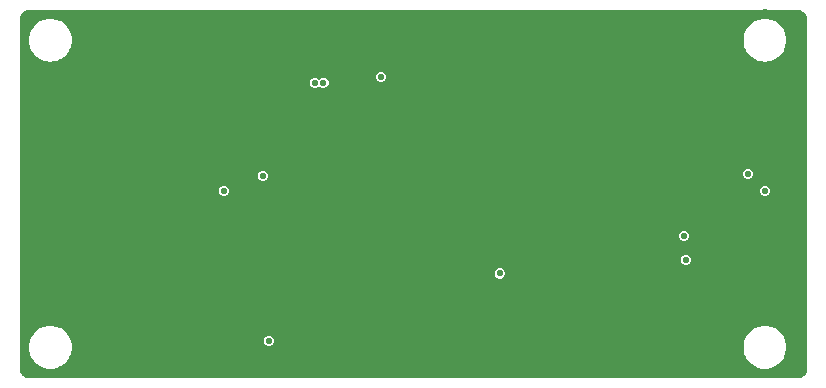
<source format=gbl>
G04*
G04 #@! TF.GenerationSoftware,Altium Limited,Altium Designer,22.5.1 (42)*
G04*
G04 Layer_Physical_Order=4*
G04 Layer_Color=16711680*
%FSLAX44Y44*%
%MOMM*%
G71*
G04*
G04 #@! TF.SameCoordinates,16E258D9-83B2-4854-9FD3-66D1B54B03FA*
G04*
G04*
G04 #@! TF.FilePolarity,Positive*
G04*
G01*
G75*
%ADD59C,0.5588*%
G36*
X661748Y314900D02*
X663333Y314585D01*
X664827Y313967D01*
X666171Y313069D01*
X667315Y311927D01*
X668213Y310584D01*
X668833Y309091D01*
X669150Y307506D01*
X669150Y306698D01*
X669120Y10150D01*
X669120Y10150D01*
X669120Y10150D01*
X669120Y9402D01*
X668829Y7934D01*
X668256Y6552D01*
X667426Y5308D01*
X666368Y4249D01*
X665125Y3417D01*
X663743Y2844D01*
X662275Y2550D01*
X661528Y2550D01*
X10450Y2590D01*
X10450Y2590D01*
X10450Y2590D01*
X9676D01*
X8157Y2892D01*
X6727Y3484D01*
X5439Y4344D01*
X4344Y5439D01*
X3484Y6727D01*
X2892Y8157D01*
X2590Y9676D01*
Y10450D01*
X2590Y10450D01*
X2590Y10450D01*
X2570Y306760D01*
X2570Y307559D01*
X2881Y309127D01*
X3493Y310604D01*
X4380Y311934D01*
X5510Y313065D01*
X6839Y313954D01*
X8315Y314566D01*
X9883Y314880D01*
X10682Y314880D01*
X660940Y314900D01*
X661748Y314900D01*
D02*
G37*
%LPC*%
G36*
X635037Y307050D02*
X631983D01*
X631733Y307000D01*
X631478D01*
X628484Y306404D01*
X628248Y306307D01*
X627998Y306257D01*
X625177Y305089D01*
X624965Y304947D01*
X624729Y304849D01*
X622191Y303153D01*
X622010Y302973D01*
X621798Y302831D01*
X619639Y300672D01*
X619497Y300460D01*
X619317Y300280D01*
X617621Y297741D01*
X617523Y297505D01*
X617381Y297293D01*
X616213Y294472D01*
X616163Y294222D01*
X616066Y293986D01*
X615470Y290992D01*
Y290737D01*
X615420Y290487D01*
Y287433D01*
X615470Y287183D01*
Y286928D01*
X616066Y283934D01*
X616163Y283698D01*
X616213Y283448D01*
X617381Y280627D01*
X617523Y280415D01*
X617621Y280179D01*
X619317Y277640D01*
X619497Y277460D01*
X619639Y277248D01*
X621798Y275089D01*
X622010Y274947D01*
X622191Y274767D01*
X624729Y273071D01*
X624965Y272973D01*
X625177Y272831D01*
X627998Y271663D01*
X628248Y271613D01*
X628484Y271516D01*
X631478Y270920D01*
X631733D01*
X631983Y270870D01*
X635037D01*
X635287Y270920D01*
X635542D01*
X638536Y271516D01*
X638772Y271613D01*
X639022Y271663D01*
X641843Y272831D01*
X642055Y272973D01*
X642291Y273071D01*
X644829Y274767D01*
X645010Y274947D01*
X645222Y275089D01*
X647381Y277248D01*
X647523Y277460D01*
X647703Y277640D01*
X649399Y280179D01*
X649497Y280415D01*
X649639Y280627D01*
X650807Y283448D01*
X650857Y283698D01*
X650954Y283934D01*
X651550Y286928D01*
Y287183D01*
X651600Y287433D01*
Y290487D01*
X651550Y290737D01*
Y290992D01*
X650954Y293986D01*
X650857Y294222D01*
X650807Y294472D01*
X649639Y297293D01*
X649497Y297505D01*
X649399Y297741D01*
X647703Y300280D01*
X647523Y300460D01*
X647381Y300672D01*
X645222Y302831D01*
X645010Y302973D01*
X644829Y303153D01*
X642291Y304849D01*
X642055Y304947D01*
X641843Y305089D01*
X639022Y306257D01*
X638772Y306307D01*
X638536Y306404D01*
X635542Y307000D01*
X635287D01*
X635037Y307050D01*
D02*
G37*
G36*
X30037D02*
X26983D01*
X26733Y307000D01*
X26478D01*
X23484Y306404D01*
X23248Y306307D01*
X22998Y306257D01*
X20177Y305089D01*
X19965Y304947D01*
X19729Y304849D01*
X17191Y303153D01*
X17010Y302973D01*
X16798Y302831D01*
X14639Y300672D01*
X14497Y300460D01*
X14317Y300280D01*
X12621Y297741D01*
X12523Y297505D01*
X12381Y297293D01*
X11213Y294472D01*
X11163Y294222D01*
X11066Y293986D01*
X10470Y290992D01*
Y290737D01*
X10420Y290487D01*
Y287433D01*
X10470Y287183D01*
Y286928D01*
X11066Y283934D01*
X11163Y283698D01*
X11213Y283448D01*
X12381Y280627D01*
X12523Y280415D01*
X12621Y280179D01*
X14317Y277640D01*
X14497Y277460D01*
X14639Y277248D01*
X16798Y275089D01*
X17010Y274947D01*
X17191Y274767D01*
X19729Y273071D01*
X19965Y272973D01*
X20177Y272831D01*
X22998Y271663D01*
X23248Y271613D01*
X23484Y271516D01*
X26478Y270920D01*
X26733D01*
X26983Y270870D01*
X30037D01*
X30287Y270920D01*
X30542D01*
X33536Y271516D01*
X33772Y271613D01*
X34022Y271663D01*
X36843Y272831D01*
X37055Y272973D01*
X37291Y273071D01*
X39829Y274767D01*
X40010Y274947D01*
X40222Y275089D01*
X42381Y277248D01*
X42523Y277460D01*
X42703Y277640D01*
X44399Y280179D01*
X44497Y280415D01*
X44639Y280627D01*
X45807Y283448D01*
X45857Y283698D01*
X45954Y283934D01*
X46550Y286928D01*
Y287183D01*
X46600Y287433D01*
Y290487D01*
X46550Y290737D01*
Y290992D01*
X45954Y293986D01*
X45857Y294222D01*
X45807Y294472D01*
X44639Y297293D01*
X44497Y297505D01*
X44399Y297741D01*
X42703Y300280D01*
X42523Y300460D01*
X42381Y300672D01*
X40222Y302831D01*
X40010Y302973D01*
X39829Y303153D01*
X37291Y304849D01*
X37055Y304947D01*
X36843Y305089D01*
X34022Y306257D01*
X33772Y306307D01*
X33536Y306404D01*
X30542Y307000D01*
X30287D01*
X30037Y307050D01*
D02*
G37*
G36*
X260621Y257203D02*
X258903D01*
X257316Y256546D01*
X256101Y255331D01*
X255930Y255297D01*
X254844Y256383D01*
X253257Y257041D01*
X251539D01*
X249952Y256383D01*
X248737Y255169D01*
X248080Y253582D01*
Y251864D01*
X248737Y250277D01*
X249952Y249062D01*
X251539Y248405D01*
X253257D01*
X254844Y249062D01*
X256058Y250277D01*
X256230Y250311D01*
X257316Y249225D01*
X258903Y248567D01*
X260621D01*
X262208Y249225D01*
X263423Y250439D01*
X264080Y252026D01*
Y253744D01*
X263423Y255331D01*
X262208Y256546D01*
X260621Y257203D01*
D02*
G37*
G36*
X309469Y262128D02*
X307751D01*
X306164Y261471D01*
X304949Y260256D01*
X304292Y258669D01*
Y256951D01*
X304949Y255364D01*
X306164Y254149D01*
X307751Y253492D01*
X309469D01*
X311056Y254149D01*
X312271Y255364D01*
X312928Y256951D01*
Y258669D01*
X312271Y260256D01*
X311056Y261471D01*
X309469Y262128D01*
D02*
G37*
G36*
X620111Y179832D02*
X618393D01*
X616806Y179175D01*
X615591Y177960D01*
X614934Y176373D01*
Y174655D01*
X615591Y173068D01*
X616806Y171853D01*
X618393Y171196D01*
X620111D01*
X621698Y171853D01*
X622913Y173068D01*
X623570Y174655D01*
Y176373D01*
X622913Y177960D01*
X621698Y179175D01*
X620111Y179832D01*
D02*
G37*
G36*
X209139Y178308D02*
X207421D01*
X205834Y177651D01*
X204619Y176436D01*
X203962Y174849D01*
Y173131D01*
X204619Y171544D01*
X205834Y170329D01*
X207421Y169672D01*
X209139D01*
X210726Y170329D01*
X211941Y171544D01*
X212598Y173131D01*
Y174849D01*
X211941Y176436D01*
X210726Y177651D01*
X209139Y178308D01*
D02*
G37*
G36*
X634589Y165608D02*
X632871D01*
X631284Y164951D01*
X630069Y163736D01*
X629412Y162149D01*
Y160431D01*
X630069Y158844D01*
X631284Y157629D01*
X632871Y156972D01*
X634589D01*
X636176Y157629D01*
X637391Y158844D01*
X638048Y160431D01*
Y162149D01*
X637391Y163736D01*
X636176Y164951D01*
X634589Y165608D01*
D02*
G37*
G36*
X176119D02*
X174401D01*
X172814Y164951D01*
X171599Y163736D01*
X170942Y162149D01*
Y160431D01*
X171599Y158844D01*
X172814Y157629D01*
X174401Y156972D01*
X176119D01*
X177706Y157629D01*
X178921Y158844D01*
X179578Y160431D01*
Y162149D01*
X178921Y163736D01*
X177706Y164951D01*
X176119Y165608D01*
D02*
G37*
G36*
X566009Y127508D02*
X564291D01*
X562704Y126851D01*
X561489Y125636D01*
X560832Y124049D01*
Y122331D01*
X561489Y120744D01*
X562704Y119529D01*
X564291Y118872D01*
X566009D01*
X567596Y119529D01*
X568811Y120744D01*
X569468Y122331D01*
Y124049D01*
X568811Y125636D01*
X567596Y126851D01*
X566009Y127508D01*
D02*
G37*
G36*
X567279Y107188D02*
X565561D01*
X563974Y106531D01*
X562759Y105316D01*
X562102Y103729D01*
Y102011D01*
X562759Y100424D01*
X563974Y99209D01*
X565561Y98552D01*
X567279D01*
X568866Y99209D01*
X570081Y100424D01*
X570738Y102011D01*
Y103729D01*
X570081Y105316D01*
X568866Y106531D01*
X567279Y107188D01*
D02*
G37*
G36*
X409799Y95758D02*
X408081D01*
X406494Y95101D01*
X405279Y93886D01*
X404622Y92299D01*
Y90581D01*
X405279Y88994D01*
X406494Y87779D01*
X408081Y87122D01*
X409799D01*
X411386Y87779D01*
X412601Y88994D01*
X413258Y90581D01*
Y92299D01*
X412601Y93886D01*
X411386Y95101D01*
X409799Y95758D01*
D02*
G37*
G36*
X214219Y38608D02*
X212501D01*
X210914Y37951D01*
X209699Y36736D01*
X209042Y35149D01*
Y33431D01*
X209699Y31844D01*
X210914Y30629D01*
X212501Y29972D01*
X214219D01*
X215806Y30629D01*
X217021Y31844D01*
X217678Y33431D01*
Y35149D01*
X217021Y36736D01*
X215806Y37951D01*
X214219Y38608D01*
D02*
G37*
G36*
X635037Y47050D02*
X631983D01*
X631733Y47000D01*
X631478D01*
X628484Y46404D01*
X628248Y46307D01*
X627998Y46257D01*
X625177Y45089D01*
X624965Y44947D01*
X624729Y44849D01*
X622191Y43153D01*
X622010Y42973D01*
X621798Y42831D01*
X619639Y40672D01*
X619497Y40460D01*
X619317Y40279D01*
X617621Y37741D01*
X617523Y37505D01*
X617381Y37293D01*
X616213Y34472D01*
X616163Y34222D01*
X616066Y33986D01*
X615470Y30992D01*
Y30737D01*
X615420Y30487D01*
Y27433D01*
X615470Y27183D01*
Y26928D01*
X616066Y23934D01*
X616163Y23698D01*
X616213Y23448D01*
X617381Y20627D01*
X617523Y20415D01*
X617621Y20179D01*
X619317Y17641D01*
X619497Y17460D01*
X619639Y17248D01*
X621798Y15089D01*
X622010Y14947D01*
X622191Y14767D01*
X624729Y13071D01*
X624965Y12973D01*
X625177Y12831D01*
X627998Y11663D01*
X628248Y11613D01*
X628484Y11516D01*
X631478Y10920D01*
X631733D01*
X631983Y10870D01*
X635037D01*
X635287Y10920D01*
X635542D01*
X638536Y11516D01*
X638772Y11613D01*
X639022Y11663D01*
X641843Y12831D01*
X642055Y12973D01*
X642291Y13071D01*
X644829Y14767D01*
X645010Y14947D01*
X645222Y15089D01*
X647381Y17248D01*
X647523Y17460D01*
X647703Y17641D01*
X649399Y20179D01*
X649497Y20415D01*
X649639Y20627D01*
X650807Y23448D01*
X650857Y23698D01*
X650954Y23934D01*
X651550Y26928D01*
Y27183D01*
X651600Y27433D01*
Y30487D01*
X651550Y30737D01*
Y30992D01*
X650954Y33986D01*
X650857Y34222D01*
X650807Y34472D01*
X649639Y37293D01*
X649497Y37505D01*
X649399Y37741D01*
X647703Y40279D01*
X647523Y40460D01*
X647381Y40672D01*
X645222Y42831D01*
X645010Y42973D01*
X644829Y43153D01*
X642291Y44849D01*
X642055Y44947D01*
X641843Y45089D01*
X639022Y46257D01*
X638772Y46307D01*
X638536Y46404D01*
X635542Y47000D01*
X635287D01*
X635037Y47050D01*
D02*
G37*
G36*
X30037D02*
X26983D01*
X26733Y47000D01*
X26478D01*
X23484Y46404D01*
X23248Y46307D01*
X22998Y46257D01*
X20177Y45089D01*
X19965Y44947D01*
X19729Y44849D01*
X17191Y43153D01*
X17010Y42973D01*
X16798Y42831D01*
X14639Y40672D01*
X14497Y40460D01*
X14317Y40279D01*
X12621Y37741D01*
X12523Y37505D01*
X12381Y37293D01*
X11213Y34472D01*
X11163Y34222D01*
X11066Y33986D01*
X10470Y30992D01*
Y30737D01*
X10420Y30487D01*
Y27433D01*
X10470Y27183D01*
Y26928D01*
X11066Y23934D01*
X11163Y23698D01*
X11213Y23448D01*
X12381Y20627D01*
X12523Y20415D01*
X12621Y20179D01*
X14317Y17641D01*
X14497Y17460D01*
X14639Y17248D01*
X16798Y15089D01*
X17010Y14947D01*
X17191Y14767D01*
X19729Y13071D01*
X19965Y12973D01*
X20177Y12831D01*
X22998Y11663D01*
X23248Y11613D01*
X23484Y11516D01*
X26478Y10920D01*
X26733D01*
X26983Y10870D01*
X30037D01*
X30287Y10920D01*
X30542D01*
X33536Y11516D01*
X33772Y11613D01*
X34022Y11663D01*
X36843Y12831D01*
X37055Y12973D01*
X37291Y13071D01*
X39829Y14767D01*
X40010Y14947D01*
X40222Y15089D01*
X42381Y17248D01*
X42523Y17460D01*
X42703Y17641D01*
X44399Y20179D01*
X44497Y20415D01*
X44639Y20627D01*
X45807Y23448D01*
X45857Y23698D01*
X45954Y23934D01*
X46550Y26928D01*
Y27183D01*
X46600Y27433D01*
Y30487D01*
X46550Y30737D01*
Y30992D01*
X45954Y33986D01*
X45857Y34222D01*
X45807Y34472D01*
X44639Y37293D01*
X44497Y37505D01*
X44399Y37741D01*
X42703Y40279D01*
X42523Y40460D01*
X42381Y40672D01*
X40222Y42831D01*
X40010Y42973D01*
X39829Y43153D01*
X37291Y44849D01*
X37055Y44947D01*
X36843Y45089D01*
X34022Y46257D01*
X33772Y46307D01*
X33536Y46404D01*
X30542Y47000D01*
X30287D01*
X30037Y47050D01*
D02*
G37*
%LPD*%
D59*
X210381Y204934D02*
D03*
X231689Y204574D02*
D03*
X189191Y192000D02*
D03*
X174719Y204000D02*
D03*
X157187Y192000D02*
D03*
X167855D02*
D03*
X178523D02*
D03*
X95260D02*
D03*
X89500Y204000D02*
D03*
X100168D02*
D03*
X121428D02*
D03*
X164051D02*
D03*
X132092D02*
D03*
X84592Y192000D02*
D03*
X78832Y204000D02*
D03*
X73924Y192000D02*
D03*
X142715Y204000D02*
D03*
X146519Y192000D02*
D03*
X153383Y204000D02*
D03*
X185387D02*
D03*
X217908Y189932D02*
D03*
X622346Y196850D02*
D03*
X629000Y175394D02*
D03*
X619252Y175514D02*
D03*
X633647Y255166D02*
D03*
Y229767D02*
D03*
X608246Y255166D02*
D03*
Y229767D02*
D03*
Y153567D02*
D03*
Y51967D02*
D03*
X582846Y298450D02*
D03*
Y280567D02*
D03*
Y255166D02*
D03*
Y153567D02*
D03*
Y26567D02*
D03*
X557447Y298450D02*
D03*
Y280567D02*
D03*
Y204366D02*
D03*
Y51967D02*
D03*
X532047Y298450D02*
D03*
Y280567D02*
D03*
Y229767D02*
D03*
X506646Y298450D02*
D03*
Y280567D02*
D03*
Y255166D02*
D03*
Y153567D02*
D03*
Y102767D02*
D03*
Y77366D02*
D03*
X481246Y298450D02*
D03*
Y280567D02*
D03*
Y178967D02*
D03*
Y128167D02*
D03*
Y102767D02*
D03*
Y51967D02*
D03*
X455846Y298450D02*
D03*
Y204366D02*
D03*
Y153567D02*
D03*
Y128167D02*
D03*
Y102767D02*
D03*
Y51967D02*
D03*
Y26567D02*
D03*
X430447Y298450D02*
D03*
Y280567D02*
D03*
Y229767D02*
D03*
Y178967D02*
D03*
Y153567D02*
D03*
Y128167D02*
D03*
Y51967D02*
D03*
X405047Y298450D02*
D03*
Y204366D02*
D03*
Y178967D02*
D03*
X379646Y298450D02*
D03*
Y280567D02*
D03*
Y178967D02*
D03*
Y51967D02*
D03*
X354246Y298450D02*
D03*
Y280567D02*
D03*
Y51967D02*
D03*
X328847Y298450D02*
D03*
Y280567D02*
D03*
Y51967D02*
D03*
X303447Y298450D02*
D03*
Y280567D02*
D03*
Y51967D02*
D03*
X278046Y298450D02*
D03*
Y280567D02*
D03*
Y51967D02*
D03*
X252647Y298450D02*
D03*
Y280567D02*
D03*
Y51967D02*
D03*
X227246Y298450D02*
D03*
Y280567D02*
D03*
Y255166D02*
D03*
Y229767D02*
D03*
Y128167D02*
D03*
Y77366D02*
D03*
X201847Y298450D02*
D03*
Y280567D02*
D03*
Y255166D02*
D03*
Y229767D02*
D03*
Y51967D02*
D03*
X176446Y298450D02*
D03*
Y280567D02*
D03*
Y255166D02*
D03*
Y229767D02*
D03*
Y77366D02*
D03*
X151046Y298450D02*
D03*
Y280567D02*
D03*
Y255166D02*
D03*
Y229767D02*
D03*
Y26567D02*
D03*
X125646Y298450D02*
D03*
Y280567D02*
D03*
Y255166D02*
D03*
Y229767D02*
D03*
Y77366D02*
D03*
Y51967D02*
D03*
Y26567D02*
D03*
X100246Y298450D02*
D03*
Y280567D02*
D03*
Y255166D02*
D03*
Y229767D02*
D03*
Y178967D02*
D03*
Y153567D02*
D03*
Y128167D02*
D03*
Y102767D02*
D03*
Y77366D02*
D03*
Y51967D02*
D03*
Y26567D02*
D03*
X74847Y298450D02*
D03*
Y280567D02*
D03*
Y255166D02*
D03*
Y229767D02*
D03*
Y178967D02*
D03*
Y153567D02*
D03*
Y128167D02*
D03*
Y102767D02*
D03*
Y77366D02*
D03*
Y51967D02*
D03*
Y26567D02*
D03*
X49447Y255166D02*
D03*
Y178967D02*
D03*
Y153567D02*
D03*
Y128167D02*
D03*
Y102767D02*
D03*
Y77366D02*
D03*
Y51967D02*
D03*
X24046Y255166D02*
D03*
Y229767D02*
D03*
Y204366D02*
D03*
Y178967D02*
D03*
Y153567D02*
D03*
Y128167D02*
D03*
Y102767D02*
D03*
Y77366D02*
D03*
X44051Y43677D02*
D03*
X49636Y28228D02*
D03*
X42661Y13353D02*
D03*
X27212Y7768D02*
D03*
X12337Y14743D02*
D03*
X6752Y30192D02*
D03*
X13727Y45067D02*
D03*
X29176Y50652D02*
D03*
X649481Y44501D02*
D03*
X655934Y28990D02*
D03*
X649529Y13459D02*
D03*
X634018Y7006D02*
D03*
X618487Y13411D02*
D03*
X612034Y28922D02*
D03*
X618439Y44453D02*
D03*
X633950Y50906D02*
D03*
X608986Y289018D02*
D03*
X650695Y305346D02*
D03*
X657458Y288070D02*
D03*
X650024Y271071D02*
D03*
X632748Y264308D02*
D03*
X615749Y271742D02*
D03*
X616420Y306017D02*
D03*
X633696Y312780D02*
D03*
X43543Y303624D02*
D03*
X49382Y288070D02*
D03*
X42512Y272941D02*
D03*
X26958Y267102D02*
D03*
X11829Y273972D02*
D03*
X5990Y289526D02*
D03*
X12860Y304655D02*
D03*
X28414Y310494D02*
D03*
X565150Y123190D02*
D03*
X566420Y102870D02*
D03*
X259762Y252885D02*
D03*
X252398Y252723D02*
D03*
X275844Y179324D02*
D03*
X296672D02*
D03*
X276352Y157734D02*
D03*
X275590Y94742D02*
D03*
X296418D02*
D03*
X275590Y73914D02*
D03*
X275844Y137414D02*
D03*
X276098Y115824D02*
D03*
X297180Y157734D02*
D03*
X360172Y179324D02*
D03*
X339344D02*
D03*
X318008D02*
D03*
X360680Y157734D02*
D03*
X339852D02*
D03*
X318516D02*
D03*
X663448Y175768D02*
D03*
Y239268D02*
D03*
Y213868D02*
D03*
Y201168D02*
D03*
Y188468D02*
D03*
Y226568D02*
D03*
X633730Y161290D02*
D03*
X663448Y163068D02*
D03*
X308610Y257810D02*
D03*
X318008Y199898D02*
D03*
X360172D02*
D03*
X339344D02*
D03*
X296672D02*
D03*
X275844D02*
D03*
X175260Y161290D02*
D03*
X208280Y173990D02*
D03*
X213360Y34290D02*
D03*
X663448Y10668D02*
D03*
Y48768D02*
D03*
Y86868D02*
D03*
Y74168D02*
D03*
Y61468D02*
D03*
Y36068D02*
D03*
Y23368D02*
D03*
X408940Y91440D02*
D03*
X360172Y137414D02*
D03*
X339344D02*
D03*
X318008D02*
D03*
X296672D02*
D03*
X360426Y115824D02*
D03*
X339598D02*
D03*
X318262D02*
D03*
X296926D02*
D03*
X359918Y94742D02*
D03*
X339090D02*
D03*
X317754D02*
D03*
X359918Y73914D02*
D03*
X339090D02*
D03*
X317754D02*
D03*
X296418D02*
D03*
X110900Y309880D02*
D03*
X136300D02*
D03*
X149000D02*
D03*
X161700D02*
D03*
X174400D02*
D03*
X187100D02*
D03*
X123600D02*
D03*
X593500D02*
D03*
X403000D02*
D03*
X390300D02*
D03*
X606200D02*
D03*
X276000D02*
D03*
X301400D02*
D03*
X288700D02*
D03*
X326800D02*
D03*
X339500D02*
D03*
X352200D02*
D03*
X364900D02*
D03*
X314100D02*
D03*
X580800D02*
D03*
X555400D02*
D03*
X568100D02*
D03*
X542700D02*
D03*
X663448Y277368D02*
D03*
X263300Y309880D02*
D03*
X199800D02*
D03*
X212500D02*
D03*
X250600D02*
D03*
X237900D02*
D03*
X377600D02*
D03*
X225200D02*
D03*
X479200D02*
D03*
X491900D02*
D03*
X504600D02*
D03*
X517300D02*
D03*
X530000D02*
D03*
X415700D02*
D03*
X428400D02*
D03*
X453800D02*
D03*
X466500D02*
D03*
X441100D02*
D03*
X98200D02*
D03*
X72800D02*
D03*
X85500D02*
D03*
X60100D02*
D03*
X663448Y264668D02*
D03*
X593344Y5080D02*
D03*
X59944D02*
D03*
X98044D02*
D03*
X174244D02*
D03*
X161544D02*
D03*
X148844D02*
D03*
X136144D02*
D03*
X85344D02*
D03*
X123444D02*
D03*
X110744D02*
D03*
X72644D02*
D03*
X606044D02*
D03*
X555244D02*
D03*
X580644D02*
D03*
X618744D02*
D03*
X567944D02*
D03*
X542544D02*
D03*
X6350Y90932D02*
D03*
Y103632D02*
D03*
Y116332D02*
D03*
Y268732D02*
D03*
Y256032D02*
D03*
Y243332D02*
D03*
Y217932D02*
D03*
Y52832D02*
D03*
Y179832D02*
D03*
Y192532D02*
D03*
Y205232D02*
D03*
Y167132D02*
D03*
Y65532D02*
D03*
Y78232D02*
D03*
Y129032D02*
D03*
Y141732D02*
D03*
Y154432D02*
D03*
Y230632D02*
D03*
X663448Y251968D02*
D03*
X582048Y64887D02*
D03*
X574505Y57344D02*
D03*
X566962Y49800D02*
D03*
X559418Y42257D02*
D03*
X524492Y20962D02*
D03*
X513824D02*
D03*
X503156D02*
D03*
X492488D02*
D03*
X481820D02*
D03*
X471152D02*
D03*
X460484D02*
D03*
X449816D02*
D03*
X439148D02*
D03*
X215120D02*
D03*
X204452D02*
D03*
X194881Y25673D02*
D03*
X187337Y33217D02*
D03*
X179794Y40760D02*
D03*
X172251Y48303D02*
D03*
X167622Y57915D02*
D03*
X169033Y68490D02*
D03*
X161845Y76373D02*
D03*
X159389Y41387D02*
D03*
X166933Y33844D02*
D03*
X174476Y26301D02*
D03*
X182020Y18757D02*
D03*
X189563Y11214D02*
D03*
X199354Y6978D02*
D03*
X210022D02*
D03*
X220690D02*
D03*
X231358D02*
D03*
X242026D02*
D03*
X252694D02*
D03*
X263362D02*
D03*
X274030D02*
D03*
X284698D02*
D03*
X295366D02*
D03*
X306034D02*
D03*
X316702D02*
D03*
X327370D02*
D03*
X338038D02*
D03*
X348706D02*
D03*
X359374D02*
D03*
X370042D02*
D03*
X380710D02*
D03*
X391378D02*
D03*
X402046D02*
D03*
X412714D02*
D03*
X423382D02*
D03*
X434050D02*
D03*
X444718D02*
D03*
X455386D02*
D03*
X466054D02*
D03*
X476722D02*
D03*
X487390D02*
D03*
X498058D02*
D03*
X508726D02*
D03*
X519394D02*
D03*
X530062D02*
D03*
X539451Y12042D02*
D03*
X546994Y19586D02*
D03*
X556555Y24318D02*
D03*
X566074Y29135D02*
D03*
X573617Y36679D02*
D03*
X581161Y44222D02*
D03*
X588704Y51765D02*
D03*
X596247Y59309D02*
D03*
X605007Y65398D02*
D03*
X615360Y67972D02*
D03*
X624632Y73248D02*
D03*
X635300Y73297D02*
D03*
X645968D02*
D03*
X652603Y81651D02*
D03*
X297163Y22232D02*
D03*
X286495D02*
D03*
X275827D02*
D03*
X233176Y22903D02*
D03*
X243823Y22232D02*
D03*
X265159D02*
D03*
X254491D02*
D03*
X121407Y117527D02*
D03*
X125408Y107637D02*
D03*
X136076Y107610D02*
D03*
X144138Y100623D02*
D03*
X142727Y90049D02*
D03*
X158122Y98859D02*
D03*
Y109527D02*
D03*
X123545Y188766D02*
D03*
X123818Y178102D02*
D03*
Y156777D02*
D03*
Y146109D02*
D03*
X121407Y135716D02*
D03*
X122523Y125107D02*
D03*
X137802Y141881D02*
D03*
Y152549D02*
D03*
Y163217D02*
D03*
Y173885D02*
D03*
X185746Y184195D02*
D03*
X175079D02*
D03*
X164410D02*
D03*
X179112Y143580D02*
D03*
Y132912D02*
D03*
Y122244D02*
D03*
Y111576D02*
D03*
X171976Y103646D02*
D03*
X164433Y96103D02*
D03*
X139741Y76373D02*
D03*
X133227Y67924D02*
D03*
X138352Y58567D02*
D03*
X146517Y51702D02*
D03*
X152343Y42765D02*
D03*
X151512Y67619D02*
D03*
X166598Y82706D02*
D03*
X174142Y90249D02*
D03*
X181685Y97793D02*
D03*
X189084Y105478D02*
D03*
X190117Y116096D02*
D03*
Y126764D02*
D03*
Y137432D02*
D03*
Y148100D02*
D03*
X517873Y273472D02*
D03*
X507205D02*
D03*
X496537D02*
D03*
X485869D02*
D03*
X475201D02*
D03*
X464533D02*
D03*
X325849D02*
D03*
X315181D02*
D03*
X304513D02*
D03*
X293845D02*
D03*
X283177D02*
D03*
X272509D02*
D03*
X262143Y270951D02*
D03*
X254600Y263407D02*
D03*
X246357Y256635D02*
D03*
X483742Y262468D02*
D03*
X494410D02*
D03*
X505078D02*
D03*
X515746D02*
D03*
X526303Y260935D02*
D03*
X533847Y253392D02*
D03*
X541390Y245848D02*
D03*
X548933Y238305D02*
D03*
X556477Y230762D02*
D03*
X564020Y223218D02*
D03*
X571564Y215675D02*
D03*
X579107Y208131D02*
D03*
X586651Y200588D02*
D03*
X594194Y193044D02*
D03*
X601738Y185501D02*
D03*
X622912Y152303D02*
D03*
X614297Y146011D02*
D03*
X619706Y183095D02*
D03*
X612163Y190639D02*
D03*
X604619Y198182D02*
D03*
X597076Y205725D02*
D03*
X589533Y213269D02*
D03*
X581989Y220812D02*
D03*
X574446Y228356D02*
D03*
X566902Y235899D02*
D03*
X559359Y243443D02*
D03*
X551815Y250986D02*
D03*
X544272Y258529D02*
D03*
X536729Y266073D02*
D03*
X528735Y273137D02*
D03*
X448115Y274120D02*
D03*
X437447D02*
D03*
X426778D02*
D03*
X416110D02*
D03*
X405443D02*
D03*
X394775D02*
D03*
X384106D02*
D03*
X373438D02*
D03*
X362771D02*
D03*
X352103Y274026D02*
D03*
X340360Y274320D02*
D03*
X432006Y260136D02*
D03*
X442674D02*
D03*
X453261Y258825D02*
D03*
X460805Y251282D02*
D03*
X468348Y243739D02*
D03*
X475892Y236195D02*
D03*
X483435Y228652D02*
D03*
X490979Y221108D02*
D03*
X498522Y213565D02*
D03*
X506065Y206022D02*
D03*
X513609Y198478D02*
D03*
X521152Y190935D02*
D03*
X528696Y183391D02*
D03*
X536239Y175848D02*
D03*
X543783Y168305D02*
D03*
X548989Y148807D02*
D03*
X567690Y143256D02*
D03*
X563556Y153831D02*
D03*
X571064Y161410D02*
D03*
X581732D02*
D03*
X592400D02*
D03*
X603068D02*
D03*
X613736D02*
D03*
X624404D02*
D03*
X642545Y152644D02*
D03*
X554998Y89792D02*
D03*
X544332Y89602D02*
D03*
X535987Y82956D02*
D03*
X528444Y75413D02*
D03*
X520900Y67869D02*
D03*
X513357Y60326D02*
D03*
X502930Y62579D02*
D03*
X495386Y70122D02*
D03*
X487843Y77666D02*
D03*
X480240Y85149D02*
D03*
X469712Y86873D02*
D03*
X459044D02*
D03*
X448376D02*
D03*
X440426Y93986D02*
D03*
X432882Y101530D02*
D03*
X425339Y109073D02*
D03*
X225632Y30446D02*
D03*
X220828Y39971D02*
D03*
Y50639D02*
D03*
Y61307D02*
D03*
Y71975D02*
D03*
Y82643D02*
D03*
Y93311D02*
D03*
Y103979D02*
D03*
Y114647D02*
D03*
Y125315D02*
D03*
Y135983D02*
D03*
X221261Y146642D02*
D03*
X225462Y179813D02*
D03*
X214843Y180844D02*
D03*
X204215Y179929D02*
D03*
X176191Y168442D02*
D03*
X151996Y128625D02*
D03*
X174905Y154123D02*
D03*
X206843Y153217D02*
D03*
Y131904D02*
D03*
Y121236D02*
D03*
Y110568D02*
D03*
Y99900D02*
D03*
Y89232D02*
D03*
Y78564D02*
D03*
Y67896D02*
D03*
Y57228D02*
D03*
Y46560D02*
D03*
X206343Y35903D02*
D03*
X415932Y47824D02*
D03*
Y58492D02*
D03*
Y69160D02*
D03*
Y79828D02*
D03*
X413735Y100900D02*
D03*
X421278Y93356D02*
D03*
X428822Y85813D02*
D03*
X436365Y78270D02*
D03*
X445577Y72888D02*
D03*
X456245D02*
D03*
X466912D02*
D03*
X476814Y68917D02*
D03*
X484357Y61374D02*
D03*
X491901Y53831D02*
D03*
X499444Y46287D02*
D03*
X516634Y39612D02*
D03*
X521771Y48962D02*
D03*
X529314Y56505D02*
D03*
X536857Y64049D02*
D03*
X544401Y71592D02*
D03*
X554201Y75808D02*
D03*
X564869D02*
D03*
X575237Y73297D02*
D03*
X585905D02*
D03*
X656828Y90332D02*
D03*
X663236Y98862D02*
D03*
X663320Y109529D02*
D03*
Y120197D02*
D03*
Y130865D02*
D03*
Y141533D02*
D03*
X662392Y152161D02*
D03*
X655058Y159908D02*
D03*
X647515Y167452D02*
D03*
X639642Y174650D02*
D03*
X607664Y175394D02*
D03*
X596996D02*
D03*
X586328D02*
D03*
X575660D02*
D03*
X564992D02*
D03*
X554506Y177358D02*
D03*
X546963Y184902D02*
D03*
X539419Y192445D02*
D03*
X531876Y199988D02*
D03*
X524333Y207532D02*
D03*
X516789Y215075D02*
D03*
X509246Y222619D02*
D03*
X501702Y230162D02*
D03*
X494159Y237705D02*
D03*
X486615Y245249D02*
D03*
X479072Y252792D02*
D03*
X471529Y260336D02*
D03*
X455273Y274036D02*
D03*
X418370Y246126D02*
D03*
X399257Y256860D02*
D03*
X407385D02*
D03*
X547657Y123816D02*
D03*
X45817Y202900D02*
D03*
X46174Y192238D02*
D03*
X54390Y185433D02*
D03*
X64939Y187022D02*
D03*
X199559Y189585D02*
D03*
X195940Y204115D02*
D03*
X110797Y204133D02*
D03*
X68449Y205681D02*
D03*
X59176Y210954D02*
D03*
X428477Y242776D02*
D03*
X436020Y235233D02*
D03*
X443564Y227689D02*
D03*
X451107Y220146D02*
D03*
X458650Y212603D02*
D03*
X466194Y205059D02*
D03*
X473737Y197516D02*
D03*
X481281Y189972D02*
D03*
X488824Y182429D02*
D03*
X496367Y174886D02*
D03*
X503911Y167342D02*
D03*
X511454Y159799D02*
D03*
X518998Y152255D02*
D03*
X534840Y154906D02*
D03*
X527296Y162449D02*
D03*
X519753Y169993D02*
D03*
X512210Y177536D02*
D03*
X504666Y185080D02*
D03*
X497123Y192623D02*
D03*
X489579Y200167D02*
D03*
X482036Y207710D02*
D03*
X474492Y215253D02*
D03*
X466949Y222797D02*
D03*
X459406Y230340D02*
D03*
X451862Y237884D02*
D03*
X444319Y245427D02*
D03*
X436775Y252971D02*
D03*
X402761Y228835D02*
D03*
X410304Y221292D02*
D03*
X417847Y213748D02*
D03*
X425391Y206205D02*
D03*
X432934Y198661D02*
D03*
X440478Y191118D02*
D03*
X448021Y183575D02*
D03*
X455564Y176031D02*
D03*
X463108Y168488D02*
D03*
X470651Y160944D02*
D03*
X478195Y153401D02*
D03*
X485738Y145857D02*
D03*
X493282Y138314D02*
D03*
X500931Y130878D02*
D03*
X521772Y105845D02*
D03*
X528809Y97827D02*
D03*
X507370Y142718D02*
D03*
X499827Y150262D02*
D03*
X492283Y157805D02*
D03*
X484740Y165349D02*
D03*
X477196Y172892D02*
D03*
X469653Y180436D02*
D03*
X462109Y187979D02*
D03*
X454566Y195522D02*
D03*
X447023Y203066D02*
D03*
X439479Y210609D02*
D03*
X431936Y218153D02*
D03*
X424392Y225696D02*
D03*
X416849Y233239D02*
D03*
X409305Y240783D02*
D03*
X207330Y188549D02*
D03*
X221026Y204238D02*
D03*
X228576Y189932D02*
D03*
M02*

</source>
